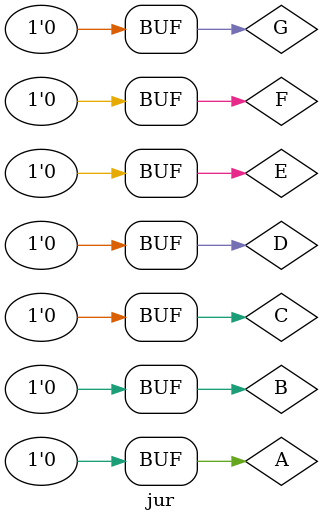
<source format=v>
`timescale 1ns / 1ps


module jur;

	// Inputs
	reg A;
	reg B;
	reg C;
	reg D;
	reg E;
	reg F;
	reg G;

	// Outputs
	wire Sa;
	wire Sb;
	wire Sc;
	wire Sd;
	wire Se;
	wire Sf;
	wire Sg;
	wire Sh;
	wire Si;
	wire Sj;
	wire Sk;

	// Instantiate the Unit Under Test (UUT)
	truthtable uut (
		.Sa(Sa), 
		.Sb(Sb), 
		.Sc(Sc), 
		.Sd(Sd), 
		.Se(Se), 
		.Sf(Sf), 
		.Sg(Sg), 
		.Sh(Sh), 
		.Si(Si), 
		.Sj(Sj), 
		.Sk(Sk), 
		.A(A), 
		.B(B), 
		.C(C), 
		.D(D), 
		.E(E), 
		.F(F), 
		.G(G)
	);

	initial begin
		// Initialize Inputs
		A = 0;
		B = 0;
		C = 0;
		D = 0;
		E = 0;
		F = 0;
		G = 0;

		// Wait 100 ns for global reset to finish
		#100;
        
		// Add stimulus here

	end
      
endmodule


</source>
